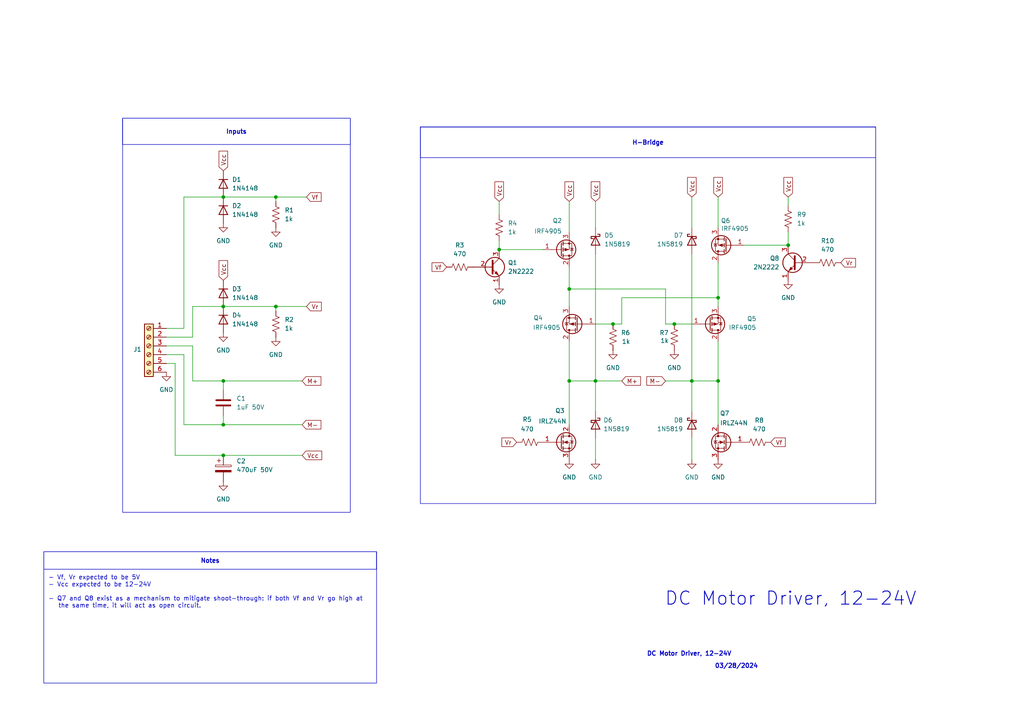
<source format=kicad_sch>
(kicad_sch (version 20231120) (generator "eeschema") (generator_version "8.0")
  (paper "A4")
  (lib_symbols
    (symbol "Connector:Screw_Terminal_01x06" (pin_names (offset 1.016) hide)
      (property "Reference" "J" (at 0 7.62 0))
      (property "Value" "Screw_Terminal_01x06" (at 0 -10.16 0))
      (symbol "Screw_Terminal_01x06_1_1"
        (rectangle (start -1.27 6.35) (end 1.27 -8.89) (stroke (width 0.254)) (fill (type background)))
        (circle (center 0 -7.62) (radius 0.635) (stroke (width 0.1524)))
        (circle (center 0 -5.08) (radius 0.635) (stroke (width 0.1524)))
        (circle (center 0 -2.54) (radius 0.635) (stroke (width 0.1524)))
        (polyline (pts (xy -0.5334 -7.2898) (xy 0.3302 -8.128)) (stroke (width 0.1524)))
        (polyline (pts (xy -0.5334 -4.7498) (xy 0.3302 -5.588)) (stroke (width 0.1524)))
        (polyline (pts (xy -0.5334 -2.2098) (xy 0.3302 -3.048)) (stroke (width 0.1524)))
        (polyline (pts (xy -0.5334 0.3302) (xy 0.3302 -0.508)) (stroke (width 0.1524)))
        (polyline (pts (xy -0.5334 2.8702) (xy 0.3302 2.032)) (stroke (width 0.1524)))
        (polyline (pts (xy -0.5334 5.4102) (xy 0.3302 4.572)) (stroke (width 0.1524)))
        (polyline (pts (xy -0.3556 -7.112) (xy 0.508 -7.9502)) (stroke (width 0.1524)))
        (polyline (pts (xy -0.3556 -4.572) (xy 0.508 -5.4102)) (stroke (width 0.1524)))
        (polyline (pts (xy -0.3556 -2.032) (xy 0.508 -2.8702)) (stroke (width 0.1524)))
        (polyline (pts (xy -0.3556 0.508) (xy 0.508 -0.3302)) (stroke (width 0.1524)))
        (polyline (pts (xy -0.3556 3.048) (xy 0.508 2.2098)) (stroke (width 0.1524)))
        (polyline (pts (xy -0.3556 5.588) (xy 0.508 4.7498)) (stroke (width 0.1524)))
        (circle (center 0 0) (radius 0.635) (stroke (width 0.1524)))
        (circle (center 0 2.54) (radius 0.635) (stroke (width 0.1524)))
        (circle (center 0 5.08) (radius 0.635) (stroke (width 0.1524)))
        (pin passive line (at -5.08 5.08 0) (length 3.81) (name "Pin_1") (number "1"))
        (pin passive line (at -5.08 2.54 0) (length 3.81) (name "Pin_2") (number "2"))
        (pin passive line (at -5.08 0 0) (length 3.81) (name "Pin_3") (number "3"))
        (pin passive line (at -5.08 -2.54 0) (length 3.81) (name "Pin_4") (number "4"))
        (pin passive line (at -5.08 -5.08 0) (length 3.81) (name "Pin_5") (number "5"))
        (pin passive line (at -5.08 -7.62 0) (length 3.81) (name "Pin_6") (number "6"))
      )
    )
    (symbol "Device:C" (pin_numbers hide) (pin_names (offset 0.254))
      (property "Reference" "C" (at 0.635 2.54 0))
      (property "Value" "C" (at 0.635 -2.54 0))
      (symbol "C_0_1"
        (polyline (pts (xy -2.032 -0.762) (xy 2.032 -0.762)) (stroke (width 0.508)))
        (polyline (pts (xy -2.032 0.762) (xy 2.032 0.762)) (stroke (width 0.508)))
      )
      (symbol "C_1_1"
        (pin passive line (at 0 3.81 270) (length 2.794) (name "~") (number "1"))
        (pin passive line (at 0 -3.81 90) (length 2.794) (name "~") (number "2"))
      )
    )
    (symbol "Device:C_Polarized" (pin_numbers hide) (pin_names (offset 0.254))
      (property "Reference" "C" (at 0.635 2.54 0))
      (property "Value" "C_Polarized" (at 0.635 -2.54 0))
      (symbol "C_Polarized_0_1"
        (rectangle (start -2.286 0.508) (end 2.286 1.016))
        (polyline (pts (xy -1.778 2.286) (xy -0.762 2.286)))
        (polyline (pts (xy -1.27 2.794) (xy -1.27 1.778)))
        (rectangle (start 2.286 -0.508) (end -2.286 -1.016) (fill (type outline)))
      )
      (symbol "C_Polarized_1_1"
        (pin passive line (at 0 3.81 270) (length 2.794) (name "~") (number "1"))
        (pin passive line (at 0 -3.81 90) (length 2.794) (name "~") (number "2"))
      )
    )
    (symbol "Device:R_US" (pin_numbers hide) (pin_names (offset 0))
      (property "Reference" "R" (at 2.54 0 90))
      (property "Value" "R_US" (at -2.54 0 90))
      (symbol "R_US_0_1"
        (polyline (pts (xy 0 -2.286) (xy 0 -2.54)))
        (polyline (pts (xy 0 2.286) (xy 0 2.54)))
        (polyline (pts (xy 0 -0.762) (xy 1.016 -1.143) (xy 0 -1.524) (xy -1.016 -1.905) (xy 0 -2.286)))
        (polyline (pts (xy 0 0.762) (xy 1.016 0.381) (xy 0 0) (xy -1.016 -0.381) (xy 0 -0.762)))
        (polyline (pts (xy 0 2.286) (xy 1.016 1.905) (xy 0 1.524) (xy -1.016 1.143) (xy 0 0.762)))
      )
      (symbol "R_US_1_1"
        (pin passive line (at 0 3.81 270) (length 1.27) (name "~") (number "1"))
        (pin passive line (at 0 -3.81 90) (length 1.27) (name "~") (number "2"))
      )
    )
    (symbol "Diode:1N4148" (pin_numbers hide) (pin_names hide)
      (property "Reference" "D" (at 0 2.54 0))
      (property "Value" "1N4148" (at 0 -2.54 0))
      (symbol "1N4148_0_1"
        (polyline (pts (xy -1.27 1.27) (xy -1.27 -1.27)) (stroke (width 0.254)))
        (polyline (pts (xy 1.27 0) (xy -1.27 0)))
        (polyline (pts (xy 1.27 1.27) (xy 1.27 -1.27) (xy -1.27 0) (xy 1.27 1.27)) (stroke (width 0.254)))
      )
      (symbol "1N4148_1_1"
        (pin passive line (at -3.81 0 0) (length 2.54) (name "K") (number "1"))
        (pin passive line (at 3.81 0 180) (length 2.54) (name "A") (number "2"))
      )
    )
    (symbol "Diode:1N5819" (pin_numbers hide) (pin_names (offset 1.016) hide)
      (property "Reference" "D" (at 0 2.54 0))
      (property "Value" "1N5819" (at 0 -2.54 0))
      (symbol "1N5819_0_1"
        (polyline (pts (xy 1.27 0) (xy -1.27 0)))
        (polyline (pts (xy 1.27 1.27) (xy 1.27 -1.27) (xy -1.27 0) (xy 1.27 1.27)) (stroke (width 0.254)))
        (polyline (pts (xy -1.905 0.635) (xy -1.905 1.27) (xy -1.27 1.27) (xy -1.27 -1.27) (xy -0.635 -1.27) (xy -0.635 -0.635)) (stroke (width 0.254)))
      )
      (symbol "1N5819_1_1"
        (pin passive line (at -3.81 0 0) (length 2.54) (name "K") (number "1"))
        (pin passive line (at 3.81 0 180) (length 2.54) (name "A") (number "2"))
      )
    )
    (symbol "Transistor_BJT:2N2219" (pin_names (offset 0) hide)
      (property "Reference" "Q" (at 5.08 1.905 0))
      (property "Value" "2N2219" (at 5.08 0 0))
      (symbol "2N2219_0_1"
        (polyline (pts (xy 0.635 0.635) (xy 2.54 2.54)))
        (polyline (pts (xy 0.635 -0.635) (xy 2.54 -2.54) (xy 2.54 -2.54)))
        (polyline (pts (xy 0.635 1.905) (xy 0.635 -1.905) (xy 0.635 -1.905)) (stroke (width 0.508)))
        (polyline (pts (xy 1.27 -1.778) (xy 1.778 -1.27) (xy 2.286 -2.286) (xy 1.27 -1.778) (xy 1.27 -1.778)) (fill (type outline)))
        (circle (center 1.27 0) (radius 2.8194) (stroke (width 0.254)))
      )
      (symbol "2N2219_1_1"
        (pin passive line (at 2.54 -5.08 90) (length 2.54) (name "E") (number "1"))
        (pin passive line (at -5.08 0 0) (length 5.715) (name "B") (number "2"))
        (pin passive line (at 2.54 5.08 270) (length 2.54) (name "C") (number "3"))
      )
    )
    (symbol "Transistor_FET:IRF4905" (pin_names hide)
      (property "Reference" "Q" (at 5.08 1.905 0))
      (property "Value" "IRF4905" (at 5.08 0 0))
      (symbol "IRF4905_0_1"
        (polyline (pts (xy 0.254 0) (xy -2.54 0)))
        (polyline (pts (xy 0.254 1.905) (xy 0.254 -1.905)) (stroke (width 0.254)))
        (polyline (pts (xy 0.762 -1.27) (xy 0.762 -2.286)) (stroke (width 0.254)))
        (polyline (pts (xy 0.762 0.508) (xy 0.762 -0.508)) (stroke (width 0.254)))
        (polyline (pts (xy 0.762 2.286) (xy 0.762 1.27)) (stroke (width 0.254)))
        (polyline (pts (xy 2.54 2.54) (xy 2.54 1.778)))
        (polyline (pts (xy 2.54 -2.54) (xy 2.54 0) (xy 0.762 0)))
        (polyline (pts (xy 0.762 1.778) (xy 3.302 1.778) (xy 3.302 -1.778) (xy 0.762 -1.778)))
        (polyline (pts (xy 2.286 0) (xy 1.27 0.381) (xy 1.27 -0.381) (xy 2.286 0)) (fill (type outline)))
        (polyline (pts (xy 2.794 -0.508) (xy 2.921 -0.381) (xy 3.683 -0.381) (xy 3.81 -0.254)))
        (polyline (pts (xy 3.302 -0.381) (xy 2.921 0.254) (xy 3.683 0.254) (xy 3.302 -0.381)))
        (circle (center 1.651 0) (radius 2.794) (stroke (width 0.254)))
        (circle (center 2.54 -1.778) (radius 0.254) (fill (type outline)))
        (circle (center 2.54 1.778) (radius 0.254) (fill (type outline)))
      )
      (symbol "IRF4905_1_1"
        (pin input line (at -5.08 0 0) (length 2.54) (name "G") (number "1"))
        (pin passive line (at 2.54 5.08 270) (length 2.54) (name "D") (number "2"))
        (pin passive line (at 2.54 -5.08 90) (length 2.54) (name "S") (number "3"))
      )
    )
    (symbol "Transistor_FET:IRLZ44N" (pin_names hide)
      (property "Reference" "Q" (at 5.08 1.905 0))
      (property "Value" "IRLZ44N" (at 5.08 0 0))
      (symbol "IRLZ44N_0_1"
        (polyline (pts (xy 0.254 0) (xy -2.54 0)))
        (polyline (pts (xy 0.254 1.905) (xy 0.254 -1.905)) (stroke (width 0.254)))
        (polyline (pts (xy 0.762 -1.27) (xy 0.762 -2.286)) (stroke (width 0.254)))
        (polyline (pts (xy 0.762 0.508) (xy 0.762 -0.508)) (stroke (width 0.254)))
        (polyline (pts (xy 0.762 2.286) (xy 0.762 1.27)) (stroke (width 0.254)))
        (polyline (pts (xy 2.54 2.54) (xy 2.54 1.778)))
        (polyline (pts (xy 2.54 -2.54) (xy 2.54 0) (xy 0.762 0)))
        (polyline (pts (xy 0.762 -1.778) (xy 3.302 -1.778) (xy 3.302 1.778) (xy 0.762 1.778)))
        (polyline (pts (xy 1.016 0) (xy 2.032 0.381) (xy 2.032 -0.381) (xy 1.016 0)) (fill (type outline)))
        (polyline (pts (xy 2.794 0.508) (xy 2.921 0.381) (xy 3.683 0.381) (xy 3.81 0.254)))
        (polyline (pts (xy 3.302 0.381) (xy 2.921 -0.254) (xy 3.683 -0.254) (xy 3.302 0.381)))
        (circle (center 1.651 0) (radius 2.794) (stroke (width 0.254)))
        (circle (center 2.54 -1.778) (radius 0.254) (fill (type outline)))
        (circle (center 2.54 1.778) (radius 0.254) (fill (type outline)))
      )
      (symbol "IRLZ44N_1_1"
        (pin input line (at -5.08 0 0) (length 2.54) (name "G") (number "1"))
        (pin passive line (at 2.54 5.08 270) (length 2.54) (name "D") (number "2"))
        (pin passive line (at 2.54 -5.08 90) (length 2.54) (name "S") (number "3"))
      )
    )
    (symbol "power:GND" (power) (pin_numbers hide) (pin_names (offset 0) hide)
      (property "Value" "GND" (at 0 -3.81 0))
      (symbol "GND_0_1"
        (polyline (pts (xy 0 0) (xy 0 -1.27) (xy 1.27 -1.27) (xy 0 -2.54) (xy -1.27 -1.27) (xy 0 -1.27)))
      )
      (symbol "GND_1_1"
        (pin power_in line (at 0 0 270) (length 0) (name "~") (number "1"))
      )
    )
  )
  (junction (at 80.01 88.9))
  (junction (at 195.58 93.98))
  (junction (at 165.1 83.82))
  (junction (at 80.01 57.15))
  (junction (at 64.77 123.19))
  (junction (at 208.28 110.49))
  (junction (at 177.8 93.98))
  (junction (at 64.77 57.15))
  (junction (at 144.78 72.39))
  (junction (at 172.72 110.49))
  (junction (at 64.77 88.9))
  (junction (at 64.77 132.08))
  (junction (at 165.1 110.49))
  (junction (at 228.6 71.12))
  (junction (at 64.77 110.49))
  (junction (at 200.66 110.49))
  (junction (at 208.28 86.36))
  (wire (pts (xy 200.66 57.15) (xy 200.66 66.04)))
  (wire (pts (xy 200.66 110.49) (xy 208.28 110.49)))
  (wire (pts (xy 87.63 123.19) (xy 64.77 123.19)))
  (wire (pts (xy 215.9 71.12) (xy 228.6 71.12)))
  (wire (pts (xy 165.1 77.47) (xy 165.1 83.82)))
  (wire (pts (xy 165.1 58.42) (xy 165.1 67.31)))
  (wire (pts (xy 53.34 95.25) (xy 53.34 57.15)))
  (wire (pts (xy 200.66 133.35) (xy 200.66 127)))
  (wire (pts (xy 64.77 110.49) (xy 55.88 110.49)))
  (wire (pts (xy 64.77 120.65) (xy 64.77 123.19)))
  (wire (pts (xy 200.66 110.49) (xy 200.66 119.38)))
  (wire (pts (xy 55.88 100.33) (xy 48.26 100.33)))
  (wire (pts (xy 64.77 132.08) (xy 87.63 132.08)))
  (wire (pts (xy 208.28 86.36) (xy 208.28 88.9)))
  (wire (pts (xy 208.28 57.15) (xy 208.28 66.04)))
  (wire (pts (xy 180.34 93.98) (xy 180.34 86.36)))
  (wire (pts (xy 165.1 110.49) (xy 172.72 110.49)))
  (wire (pts (xy 80.01 90.17) (xy 80.01 88.9)))
  (wire (pts (xy 55.88 110.49) (xy 55.88 100.33)))
  (wire (pts (xy 53.34 95.25) (xy 48.26 95.25)))
  (wire (pts (xy 208.28 99.06) (xy 208.28 110.49)))
  (wire (pts (xy 228.6 59.69) (xy 228.6 57.15)))
  (wire (pts (xy 48.26 105.41) (xy 50.8 105.41)))
  (wire (pts (xy 144.78 72.39) (xy 157.48 72.39)))
  (wire (pts (xy 144.78 58.42) (xy 144.78 62.23)))
  (wire (pts (xy 53.34 57.15) (xy 64.77 57.15)))
  (wire (pts (xy 180.34 86.36) (xy 208.28 86.36)))
  (wire (pts (xy 200.66 93.98) (xy 195.58 93.98)))
  (wire (pts (xy 172.72 110.49) (xy 180.34 110.49)))
  (wire (pts (xy 80.01 58.42) (xy 80.01 57.15)))
  (wire (pts (xy 55.88 97.79) (xy 55.88 88.9)))
  (wire (pts (xy 48.26 97.79) (xy 55.88 97.79)))
  (wire (pts (xy 208.28 110.49) (xy 208.28 123.19)))
  (wire (pts (xy 172.72 93.98) (xy 177.8 93.98)))
  (wire (pts (xy 165.1 83.82) (xy 165.1 88.9)))
  (wire (pts (xy 165.1 99.06) (xy 165.1 110.49)))
  (wire (pts (xy 208.28 76.2) (xy 208.28 86.36)))
  (wire (pts (xy 193.04 110.49) (xy 200.66 110.49)))
  (wire (pts (xy 53.34 102.87) (xy 48.26 102.87)))
  (wire (pts (xy 172.72 73.66) (xy 172.72 110.49)))
  (wire (pts (xy 193.04 93.98) (xy 193.04 83.82)))
  (wire (pts (xy 64.77 88.9) (xy 80.01 88.9)))
  (wire (pts (xy 64.77 57.15) (xy 80.01 57.15)))
  (wire (pts (xy 172.72 110.49) (xy 172.72 119.38)))
  (wire (pts (xy 165.1 110.49) (xy 165.1 123.19)))
  (wire (pts (xy 80.01 88.9) (xy 88.9 88.9)))
  (wire (pts (xy 144.78 69.85) (xy 144.78 72.39)))
  (wire (pts (xy 193.04 83.82) (xy 165.1 83.82)))
  (wire (pts (xy 228.6 67.31) (xy 228.6 71.12)))
  (wire (pts (xy 64.77 110.49) (xy 64.77 113.03)))
  (wire (pts (xy 80.01 57.15) (xy 88.9 57.15)))
  (wire (pts (xy 50.8 132.08) (xy 64.77 132.08)))
  (wire (pts (xy 195.58 93.98) (xy 193.04 93.98)))
  (wire (pts (xy 53.34 123.19) (xy 53.34 102.87)))
  (wire (pts (xy 50.8 105.41) (xy 50.8 132.08)))
  (wire (pts (xy 172.72 58.42) (xy 172.72 66.04)))
  (wire (pts (xy 200.66 73.66) (xy 200.66 110.49)))
  (wire (pts (xy 177.8 93.98) (xy 180.34 93.98)))
  (wire (pts (xy 64.77 123.19) (xy 53.34 123.19)))
  (wire (pts (xy 87.63 110.49) (xy 64.77 110.49)))
  (wire (pts (xy 172.72 127) (xy 172.72 133.35)))
  (wire (pts (xy 55.88 88.9) (xy 64.77 88.9)))
  (rectangle (start 12.7 160.02) (end 109.22 198.12))
  (rectangle (start 35.56 34.29) (end 101.6 148.59))
  (rectangle (start 121.92 36.83) (end 254 146.05))
  (text_box "H-Bridge" (at 121.92 36.83 0) (size 132.08 8.89) (effects (font (size 1.27 1.27) (thickness 0.254) (bold yes))))
  (text_box "Inputs" (at 35.56 34.29 0) (size 66.04 7.62) (effects (font (size 1.27 1.27) (thickness 0.254) (bold yes))))
  (text_box "Notes" (at 12.7 160.02 0) (size 96.52 5.08) (effects (font (size 1.27 1.27) (thickness 0.254) (bold yes))))
  (text "DC Motor Driver, 12-24V" (at 229.362 173.736 0) (effects (font (size 3.81 3.81) (thickness 0.254) (bold yes))))
  (text "03/28/2024" (at 213.614 193.294 0) (effects (font (size 1.27 1.27) (thickness 0.254) (bold yes))))
  (text "- Vf, Vr expected to be 5V\n- Vcc expected to be 12-24V\n\n- Q7 and Q8 exist as a mechanism to mitigate shoot-through: if both Vf and Vr go high at \n   the same time, it will act as open circuit." (at 13.97 166.878 0) (effects (font (size 1.27 1.27) (thickness 0.1588)) (justify left top)))
  (text "DC Motor Driver, 12-24V" (at 199.898 189.738 0) (effects (font (size 1.27 1.27) (thickness 0.254) (bold yes))))
  (global_label "Vcc" (shape input) (at 172.72 58.42 90) (property "Intersheetrefs" "${INTERSHEET_REFS}" (effects (hide yes))))
  (global_label "Vcc" (shape input) (at 64.77 49.53 90) (property "Intersheetrefs" "${INTERSHEET_REFS}" (effects (hide yes))))
  (global_label "Vcc" (shape input) (at 165.1 58.42 90) (property "Intersheetrefs" "${INTERSHEET_REFS}" (effects (hide yes))))
  (global_label "Vr" (shape input) (at 88.9 88.9 0) (property "Intersheetrefs" "${INTERSHEET_REFS}" (effects (hide yes))))
  (global_label "Vcc" (shape input) (at 64.77 81.28 90) (property "Intersheetrefs" "${INTERSHEET_REFS}" (effects (hide yes))))
  (global_label "Vr" (shape input) (at 149.86 128.27 180) (property "Intersheetrefs" "${INTERSHEET_REFS}" (effects (hide yes))))
  (global_label "Vcc" (shape input) (at 87.63 132.08 0) (property "Intersheetrefs" "${INTERSHEET_REFS}" (effects (hide yes))))
  (global_label "M+" (shape input) (at 87.63 110.49 0) (property "Intersheetrefs" "${INTERSHEET_REFS}" (effects (hide yes))))
  (global_label "Vf" (shape input) (at 223.52 128.27 0) (property "Intersheetrefs" "${INTERSHEET_REFS}" (effects (hide yes))))
  (global_label "Vr" (shape input) (at 243.84 76.2 0) (property "Intersheetrefs" "${INTERSHEET_REFS}" (effects (hide yes))))
  (global_label "M+" (shape input) (at 180.34 110.49 0) (property "Intersheetrefs" "${INTERSHEET_REFS}" (effects (hide yes))))
  (global_label "Vf" (shape input) (at 88.9 57.15 0) (property "Intersheetrefs" "${INTERSHEET_REFS}" (effects (hide yes))))
  (global_label "M-" (shape input) (at 193.04 110.49 180) (property "Intersheetrefs" "${INTERSHEET_REFS}" (effects (hide yes))))
  (global_label "M-" (shape input) (at 87.63 123.19 0) (property "Intersheetrefs" "${INTERSHEET_REFS}" (effects (hide yes))))
  (global_label "Vcc" (shape input) (at 200.66 57.15 90) (property "Intersheetrefs" "${INTERSHEET_REFS}" (effects (hide yes))))
  (global_label "Vcc" (shape input) (at 144.78 58.42 90) (property "Intersheetrefs" "${INTERSHEET_REFS}" (effects (hide yes))))
  (global_label "Vcc" (shape input) (at 208.28 57.15 90) (property "Intersheetrefs" "${INTERSHEET_REFS}" (effects (hide yes))))
  (global_label "Vcc" (shape input) (at 228.6 57.15 90) (property "Intersheetrefs" "${INTERSHEET_REFS}" (effects (hide yes))))
  (global_label "Vf" (shape input) (at 129.54 77.47 180) (property "Intersheetrefs" "${INTERSHEET_REFS}" (effects (hide yes))))
  (symbol (lib_id "Device:R_US") (at 240.03 76.2 90) (unit 1)
    (property "Reference" "R10" (at 240.03 69.85 90))
    (property "Value" "470" (at 240.03 72.39 90))
    (property "Footprint" "Resistor_THT:R_Axial_DIN0207_L6.3mm_D2.5mm_P10.16mm_Horizontal" (effects (hide yes)))
    (property "Description" "Resistor, US symbol" (effects (hide yes)))
  )
  (symbol (lib_id "power:GND") (at 228.6 81.28 0) (unit 1)
    (property "Reference" "#PWR014" (effects (hide yes)))
    (property "Value" "GND" (at 228.6 86.36 0))
    (property "Description" "Power symbol creates a global label with name \"GND\" , ground" (effects (hide yes)))
  )
  (symbol (lib_id "power:GND") (at 80.01 97.79 0) (unit 1)
    (property "Reference" "#PWR06" (effects (hide yes)))
    (property "Value" "GND" (at 80.01 102.87 0))
    (property "Description" "Power symbol creates a global label with name \"GND\" , ground" (effects (hide yes)))
  )
  (symbol (lib_id "power:GND") (at 208.28 133.35 0) (unit 1)
    (property "Reference" "#PWR013" (effects (hide yes)))
    (property "Value" "GND" (at 208.28 138.43 0))
    (property "Description" "Power symbol creates a global label with name \"GND\" , ground" (effects (hide yes)))
  )
  (symbol (lib_id "Diode:1N5819") (at 172.72 69.85 270) (unit 1)
    (property "Reference" "D5" (at 175.26 68.2624 90) (effects (justify left)))
    (property "Value" "1N5819" (at 175.26 70.8024 90) (effects (justify left)))
    (property "Footprint" "Diode_THT:D_DO-41_SOD81_P10.16mm_Horizontal" (effects (hide yes)))
    (property "Datasheet" "http://www.vishay.com/docs/88525/1n5817.pdf" (effects (hide yes)))
    (property "Description" "40V 1A Schottky Barrier Rectifier Diode, DO-41" (effects (hide yes)))
  )
  (symbol (lib_id "Diode:1N5819") (at 200.66 69.85 90) (mirror x) (unit 1)
    (property "Reference" "D7" (at 198.12 68.2624 90) (effects (justify left)))
    (property "Value" "1N5819" (at 198.12 70.8024 90) (effects (justify left)))
    (property "Footprint" "Diode_THT:D_DO-41_SOD81_P10.16mm_Horizontal" (effects (hide yes)))
    (property "Datasheet" "http://www.vishay.com/docs/88525/1n5817.pdf" (effects (hide yes)))
    (property "Description" "40V 1A Schottky Barrier Rectifier Diode, DO-41" (effects (hide yes)))
  )
  (symbol (lib_id "Device:R_US") (at 219.71 128.27 90) (unit 1)
    (property "Reference" "R8" (at 220.218 121.92 90))
    (property "Value" "470" (at 220.218 124.46 90))
    (property "Footprint" "Resistor_THT:R_Axial_DIN0207_L6.3mm_D2.5mm_P10.16mm_Horizontal" (effects (hide yes)))
    (property "Description" "Resistor, US symbol" (effects (hide yes)))
  )
  (symbol (lib_id "Diode:1N4148") (at 64.77 60.96 270) (unit 1)
    (property "Reference" "D2" (at 67.31 59.6899 90) (effects (justify left)))
    (property "Value" "1N4148" (at 67.31 62.2299 90) (effects (justify left)))
    (property "Footprint" "Diode_THT:D_DO-35_SOD27_P7.62mm_Horizontal" (effects (hide yes)))
    (property "Datasheet" "https://assets.nexperia.com/documents/data-sheet/1N4148_1N4448.pdf" (effects (hide yes)))
    (property "Description" "100V 0.15A standard switching diode, DO-35" (effects (hide yes)))
    (property "Sim.Device" "D" (effects (hide yes)))
    (property "Sim.Pins" "1=K 2=A" (effects (hide yes)))
  )
  (symbol (lib_id "Transistor_FET:IRF4905") (at 210.82 71.12 180) (unit 1)
    (property "Reference" "Q6" (at 211.836 64.0081 0) (effects (justify left)))
    (property "Value" "IRF4905" (at 217.17 66.2941 0) (effects (justify left)))
    (property "Footprint" "Package_TO_SOT_THT:TO-220-3_Vertical" (effects (hide yes)))
    (property "Datasheet" "http://www.infineon.com/dgdl/irf4905.pdf?fileId=5546d462533600a4015355e32165197c" (effects (hide yes)))
    (property "Description" "-74A Id, -55V Vds, Single P-Channel HEXFET Power MOSFET, 20mOhm Ron, TO-220AB" (effects (hide yes)))
  )
  (symbol (lib_id "Device:R_US") (at 195.58 97.79 0) (unit 1)
    (property "Reference" "R7" (at 191.262 96.5199 0) (effects (justify left)))
    (property "Value" "1k" (at 191.516 98.8059 0) (effects (justify left)))
    (property "Footprint" "Resistor_THT:R_Axial_DIN0207_L6.3mm_D2.5mm_P10.16mm_Horizontal" (effects (hide yes)))
    (property "Description" "Resistor, US symbol" (effects (hide yes)))
  )
  (symbol (lib_id "Device:C") (at 64.77 116.84 0) (unit 1)
    (property "Reference" "C1" (at 68.58 115.5699 0) (effects (justify left)))
    (property "Value" "1uF 50V" (at 68.58 118.1099 0) (effects (justify left)))
    (property "Footprint" "Capacitor_THT:C_Disc_D5.0mm_W2.5mm_P5.00mm" (effects (hide yes)))
    (property "Description" "Unpolarized capacitor" (effects (hide yes)))
  )
  (symbol (lib_id "Transistor_BJT:2N2219") (at 231.14 76.2 0) (mirror y) (unit 1)
    (property "Reference" "Q8" (at 226.06 74.9299 0) (effects (justify left)))
    (property "Value" "2N2222" (at 226.06 77.4699 0) (effects (justify left)))
    (property "Footprint" "Package_TO_SOT_THT:TO-92_Inline_Horizontal1" (effects (hide yes)))
    (property "Datasheet" "http://www.onsemi.com/pub_link/Collateral/2N2219-D.PDF" (effects (hide yes)))
    (property "Description" "800mA Ic, 50V Vce, NPN Transistor, TO-39" (effects (hide yes)))
  )
  (symbol (lib_id "Device:R_US") (at 144.78 66.04 0) (unit 1)
    (property "Reference" "R4" (at 147.32 64.7699 0) (effects (justify left)))
    (property "Value" "1k" (at 147.32 67.3099 0) (effects (justify left)))
    (property "Footprint" "Resistor_THT:R_Axial_DIN0207_L6.3mm_D2.5mm_P10.16mm_Horizontal" (effects (hide yes)))
    (property "Description" "Resistor, US symbol" (effects (hide yes)))
  )
  (symbol (lib_id "Diode:1N5819") (at 200.66 123.19 90) (mirror x) (unit 1)
    (property "Reference" "D8" (at 198.12 121.8564 90) (effects (justify left)))
    (property "Value" "1N5819" (at 198.12 124.3964 90) (effects (justify left)))
    (property "Footprint" "Diode_THT:D_DO-41_SOD81_P10.16mm_Horizontal" (effects (hide yes)))
    (property "Datasheet" "http://www.vishay.com/docs/88525/1n5817.pdf" (effects (hide yes)))
    (property "Description" "40V 1A Schottky Barrier Rectifier Diode, DO-41" (effects (hide yes)))
  )
  (symbol (lib_id "power:GND") (at 80.01 66.04 0) (unit 1)
    (property "Reference" "#PWR05" (effects (hide yes)))
    (property "Value" "GND" (at 80.01 71.12 0))
    (property "Description" "Power symbol creates a global label with name \"GND\" , ground" (effects (hide yes)))
  )
  (symbol (lib_id "Diode:1N4148") (at 64.77 85.09 270) (unit 1)
    (property "Reference" "D3" (at 67.31 83.8199 90) (effects (justify left)))
    (property "Value" "1N4148" (at 67.31 86.3599 90) (effects (justify left)))
    (property "Footprint" "Diode_THT:D_DO-35_SOD27_P7.62mm_Horizontal" (effects (hide yes)))
    (property "Datasheet" "https://assets.nexperia.com/documents/data-sheet/1N4148_1N4448.pdf" (effects (hide yes)))
    (property "Description" "100V 0.15A standard switching diode, DO-35" (effects (hide yes)))
    (property "Sim.Device" "D" (effects (hide yes)))
    (property "Sim.Pins" "1=K 2=A" (effects (hide yes)))
  )
  (symbol (lib_id "power:GND") (at 48.26 107.95 0) (unit 1)
    (property "Reference" "#PWR01" (effects (hide yes)))
    (property "Value" "GND" (at 48.26 113.03 0))
    (property "Description" "Power symbol creates a global label with name \"GND\" , ground" (effects (hide yes)))
  )
  (symbol (lib_id "Diode:1N4148") (at 64.77 53.34 270) (unit 1)
    (property "Reference" "D1" (at 67.31 52.0699 90) (effects (justify left)))
    (property "Value" "1N4148" (at 67.31 54.6099 90) (effects (justify left)))
    (property "Footprint" "Diode_THT:D_DO-35_SOD27_P7.62mm_Horizontal" (effects (hide yes)))
    (property "Datasheet" "https://assets.nexperia.com/documents/data-sheet/1N4148_1N4448.pdf" (effects (hide yes)))
    (property "Description" "100V 0.15A standard switching diode, DO-35" (effects (hide yes)))
    (property "Sim.Device" "D" (effects (hide yes)))
    (property "Sim.Pins" "1=K 2=A" (effects (hide yes)))
  )
  (symbol (lib_id "power:GND") (at 64.77 139.7 0) (unit 1)
    (property "Reference" "#PWR04" (effects (hide yes)))
    (property "Value" "GND" (at 64.77 144.78 0))
    (property "Description" "Power symbol creates a global label with name \"GND\" , ground" (effects (hide yes)))
  )
  (symbol (lib_id "power:GND") (at 172.72 133.35 0) (unit 1)
    (property "Reference" "#PWR09" (effects (hide yes)))
    (property "Value" "GND" (at 172.72 138.43 0))
    (property "Description" "Power symbol creates a global label with name \"GND\" , ground" (effects (hide yes)))
  )
  (symbol (lib_id "Connector:Screw_Terminal_01x06") (at 43.18 100.33 0) (mirror y) (unit 1)
    (property "Reference" "J1" (at 39.878 101.346 0))
    (property "Value" "Screw_Terminal_01x06" (effects (hide yes)))
    (property "Footprint" "TerminalBlock:TerminalBlock_Xinya_XY308-2.54-6P_1x06_P2.54mm_Horizontal" (effects (hide yes)))
    (property "Description" "Generic screw terminal, single row, 01x06, script generated (kicad-library-utils/schlib/autogen/connector/)" (effects (hide yes)))
  )
  (symbol (lib_id "power:GND") (at 64.77 96.52 0) (unit 1)
    (property "Reference" "#PWR03" (effects (hide yes)))
    (property "Value" "GND" (at 64.77 101.6 0))
    (property "Description" "Power symbol creates a global label with name \"GND\" , ground" (effects (hide yes)))
  )
  (symbol (lib_id "Transistor_FET:IRLZ44N") (at 210.82 128.27 0) (mirror y) (unit 1)
    (property "Reference" "Q7" (at 211.582 119.8879 0) (effects (justify left)))
    (property "Value" "IRLZ44N" (at 216.916 122.6819 0) (effects (justify left)))
    (property "Footprint" "Package_TO_SOT_THT:TO-220-3_Vertical" (effects (hide yes)))
    (property "Datasheet" "http://www.irf.com/product-info/datasheets/data/irlz44n.pdf" (effects (hide yes)))
    (property "Description" "47A Id, 55V Vds, 22mOhm Rds Single N-Channel HEXFET Power MOSFET, TO-220AB" (effects (hide yes)))
  )
  (symbol (lib_id "Transistor_FET:IRF4905") (at 162.56 72.39 0) (mirror x) (unit 1)
    (property "Reference" "Q2" (at 160.274 64.0081 0) (effects (justify left)))
    (property "Value" "IRF4905" (at 154.94 67.0561 0) (effects (justify left)))
    (property "Footprint" "Package_TO_SOT_THT:TO-220-3_Vertical" (effects (hide yes)))
    (property "Datasheet" "http://www.infineon.com/dgdl/irf4905.pdf?fileId=5546d462533600a4015355e32165197c" (effects (hide yes)))
    (property "Description" "-74A Id, -55V Vds, Single P-Channel HEXFET Power MOSFET, 20mOhm Ron, TO-220AB" (effects (hide yes)))
  )
  (symbol (lib_id "power:GND") (at 144.78 82.55 0) (unit 1)
    (property "Reference" "#PWR07" (effects (hide yes)))
    (property "Value" "GND" (at 144.78 87.63 0))
    (property "Description" "Power symbol creates a global label with name \"GND\" , ground" (effects (hide yes)))
  )
  (symbol (lib_id "Device:C_Polarized") (at 64.77 135.89 0) (unit 1)
    (property "Reference" "C2" (at 68.58 133.7309 0) (effects (justify left)))
    (property "Value" "470uF 50V" (at 68.58 136.2709 0) (effects (justify left)))
    (property "Footprint" "Capacitor_THT:CP_Radial_D8.0mm_P3.80mm" (effects (hide yes)))
    (property "Description" "Polarized capacitor" (effects (hide yes)))
  )
  (symbol (lib_id "power:GND") (at 200.66 133.35 0) (unit 1)
    (property "Reference" "#PWR012" (effects (hide yes)))
    (property "Value" "GND" (at 200.66 138.43 0))
    (property "Description" "Power symbol creates a global label with name \"GND\" , ground" (effects (hide yes)))
  )
  (symbol (lib_id "Transistor_FET:IRLZ44N") (at 162.56 128.27 0) (unit 1)
    (property "Reference" "Q3" (at 161.036 119.1259 0) (effects (justify left)))
    (property "Value" "IRLZ44N" (at 156.21 122.1739 0) (effects (justify left)))
    (property "Footprint" "Package_TO_SOT_THT:TO-220-3_Vertical" (effects (hide yes)))
    (property "Datasheet" "http://www.irf.com/product-info/datasheets/data/irlz44n.pdf" (effects (hide yes)))
    (property "Description" "47A Id, 55V Vds, 22mOhm Rds Single N-Channel HEXFET Power MOSFET, TO-220AB" (effects (hide yes)))
  )
  (symbol (lib_id "Device:R_US") (at 133.35 77.47 90) (unit 1)
    (property "Reference" "R3" (at 133.35 71.12 90))
    (property "Value" "470" (at 133.35 73.66 90))
    (property "Footprint" "Resistor_THT:R_Axial_DIN0207_L6.3mm_D2.5mm_P10.16mm_Horizontal" (effects (hide yes)))
    (property "Description" "Resistor, US symbol" (effects (hide yes)))
  )
  (symbol (lib_id "power:GND") (at 64.77 64.77 0) (unit 1)
    (property "Reference" "#PWR02" (effects (hide yes)))
    (property "Value" "GND" (at 64.77 69.85 0))
    (property "Description" "Power symbol creates a global label with name \"GND\" , ground" (effects (hide yes)))
  )
  (symbol (lib_id "Device:R_US") (at 228.6 63.5 0) (unit 1)
    (property "Reference" "R9" (at 231.14 62.2299 0) (effects (justify left)))
    (property "Value" "1k" (at 231.14 64.7699 0) (effects (justify left)))
    (property "Footprint" "Resistor_THT:R_Axial_DIN0207_L6.3mm_D2.5mm_P10.16mm_Horizontal" (effects (hide yes)))
    (property "Description" "Resistor, US symbol" (effects (hide yes)))
  )
  (symbol (lib_id "power:GND") (at 195.58 101.6 0) (unit 1)
    (property "Reference" "#PWR011" (effects (hide yes)))
    (property "Value" "GND" (at 195.58 106.68 0))
    (property "Description" "Power symbol creates a global label with name \"GND\" , ground" (effects (hide yes)))
  )
  (symbol (lib_id "Diode:1N5819") (at 172.72 123.19 270) (unit 1)
    (property "Reference" "D6" (at 175.006 121.8564 90) (effects (justify left)))
    (property "Value" "1N5819" (at 175.006 124.3964 90) (effects (justify left)))
    (property "Footprint" "Diode_THT:D_DO-41_SOD81_P10.16mm_Horizontal" (effects (hide yes)))
    (property "Datasheet" "http://www.vishay.com/docs/88525/1n5817.pdf" (effects (hide yes)))
    (property "Description" "40V 1A Schottky Barrier Rectifier Diode, DO-41" (effects (hide yes)))
  )
  (symbol (lib_id "Transistor_FET:IRF4905") (at 167.64 93.98 180) (unit 1)
    (property "Reference" "Q4" (at 157.48 92.2021 0) (effects (justify left)))
    (property "Value" "IRF4905" (at 162.56 94.9961 0) (effects (justify left)))
    (property "Footprint" "Package_TO_SOT_THT:TO-220-3_Vertical" (effects (hide yes)))
    (property "Datasheet" "http://www.infineon.com/dgdl/irf4905.pdf?fileId=5546d462533600a4015355e32165197c" (effects (hide yes)))
    (property "Description" "-74A Id, -55V Vds, Single P-Channel HEXFET Power MOSFET, 20mOhm Ron, TO-220AB" (effects (hide yes)))
  )
  (symbol (lib_id "Transistor_FET:IRF4905") (at 205.74 93.98 0) (mirror x) (unit 1)
    (property "Reference" "Q5" (at 216.662 92.4561 0) (effects (justify left)))
    (property "Value" "IRF4905" (at 211.328 94.9961 0) (effects (justify left)))
    (property "Footprint" "Package_TO_SOT_THT:TO-220-3_Vertical" (effects (hide yes)))
    (property "Datasheet" "http://www.infineon.com/dgdl/irf4905.pdf?fileId=5546d462533600a4015355e32165197c" (effects (hide yes)))
    (property "Description" "-74A Id, -55V Vds, Single P-Channel HEXFET Power MOSFET, 20mOhm Ron, TO-220AB" (effects (hide yes)))
  )
  (symbol (lib_id "Device:R_US") (at 80.01 62.23 0) (unit 1)
    (property "Reference" "R1" (at 82.55 60.9599 0) (effects (justify left)))
    (property "Value" "1k" (at 82.55 63.4999 0) (effects (justify left)))
    (property "Footprint" "Resistor_THT:R_Axial_DIN0207_L6.3mm_D2.5mm_P10.16mm_Horizontal" (effects (hide yes)))
    (property "Description" "Resistor, US symbol" (effects (hide yes)))
  )
  (symbol (lib_id "Device:R_US") (at 153.67 128.27 90) (unit 1)
    (property "Reference" "R5" (at 152.908 121.666 90))
    (property "Value" "470" (at 152.908 124.46 90))
    (property "Footprint" "Resistor_THT:R_Axial_DIN0207_L6.3mm_D2.5mm_P10.16mm_Horizontal" (effects (hide yes)))
    (property "Description" "Resistor, US symbol" (effects (hide yes)))
  )
  (symbol (lib_id "power:GND") (at 165.1 133.35 0) (unit 1)
    (property "Reference" "#PWR08" (effects (hide yes)))
    (property "Value" "GND" (at 165.1 138.43 0))
    (property "Description" "Power symbol creates a global label with name \"GND\" , ground" (effects (hide yes)))
  )
  (symbol (lib_id "Device:R_US") (at 177.8 97.79 0) (unit 1)
    (property "Reference" "R6" (at 180.086 96.5199 0) (effects (justify left)))
    (property "Value" "1k" (at 180.34 99.0599 0) (effects (justify left)))
    (property "Footprint" "Resistor_THT:R_Axial_DIN0207_L6.3mm_D2.5mm_P10.16mm_Horizontal" (effects (hide yes)))
    (property "Description" "Resistor, US symbol" (effects (hide yes)))
  )
  (symbol (lib_id "Device:R_US") (at 80.01 93.98 0) (unit 1)
    (property "Reference" "R2" (at 82.55 92.7099 0) (effects (justify left)))
    (property "Value" "1k" (at 82.55 95.2499 0) (effects (justify left)))
    (property "Footprint" "Resistor_THT:R_Axial_DIN0207_L6.3mm_D2.5mm_P10.16mm_Horizontal" (effects (hide yes)))
    (property "Description" "Resistor, US symbol" (effects (hide yes)))
  )
  (symbol (lib_id "power:GND") (at 177.8 101.6 0) (unit 1)
    (property "Reference" "#PWR010" (effects (hide yes)))
    (property "Value" "GND" (at 177.8 106.68 0))
    (property "Description" "Power symbol creates a global label with name \"GND\" , ground" (effects (hide yes)))
  )
  (symbol (lib_id "Transistor_BJT:2N2219") (at 142.24 77.47 0) (unit 1)
    (property "Reference" "Q1" (at 147.32 76.1999 0) (effects (justify left)))
    (property "Value" "2N2222" (at 147.32 78.7399 0) (effects (justify left)))
    (property "Footprint" "Package_TO_SOT_THT:TO-92_Inline_Horizontal1" (effects (hide yes)))
    (property "Datasheet" "http://www.onsemi.com/pub_link/Collateral/2N2219-D.PDF" (effects (hide yes)))
    (property "Description" "800mA Ic, 50V Vce, NPN Transistor, TO-39" (effects (hide yes)))
  )
  (symbol (lib_id "Diode:1N4148") (at 64.77 92.71 270) (unit 1)
    (property "Reference" "D4" (at 67.31 91.4399 90) (effects (justify left)))
    (property "Value" "1N4148" (at 67.31 93.9799 90) (effects (justify left)))
    (property "Footprint" "Diode_THT:D_DO-35_SOD27_P7.62mm_Horizontal" (effects (hide yes)))
    (property "Datasheet" "https://assets.nexperia.com/documents/data-sheet/1N4148_1N4448.pdf" (effects (hide yes)))
    (property "Description" "100V 0.15A standard switching diode, DO-35" (effects (hide yes)))
    (property "Sim.Device" "D" (effects (hide yes)))
    (property "Sim.Pins" "1=K 2=A" (effects (hide yes)))
  )
)
</source>
